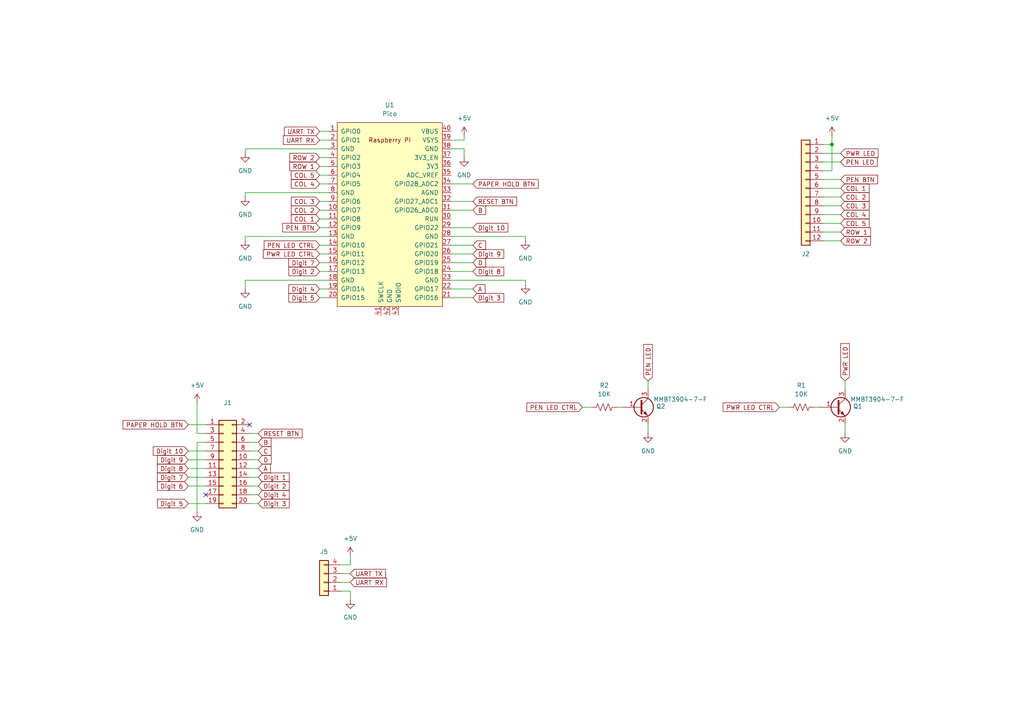
<source format=kicad_sch>
(kicad_sch (version 20231120) (generator "eeschema") (generator_version "8.0")
  (paper "A4")
  (lib_symbols
    (symbol "2N3904_1" (pin_names (offset 0) hide)
      (property "Reference" "Q2" (at 4.826 0.254 0))
      (property "Value" "MMBT3904-7-F" (at 4.064 2.286 0))
      (symbol "2N3904_1_0_1"
        (polyline (pts (xy 0.635 0.635) (xy 2.54 2.54)))
        (polyline (pts (xy 0.635 -0.635) (xy 2.54 -2.54) (xy 2.54 -2.54)))
        (polyline (pts (xy 0.635 1.905) (xy 0.635 -1.905) (xy 0.635 -1.905)) (stroke (width 0.508)))
        (polyline (pts (xy 1.27 -1.778) (xy 1.778 -1.27) (xy 2.286 -2.286) (xy 1.27 -1.778) (xy 1.27 -1.778)) (fill (type outline)))
        (circle (center 1.27 0) (radius 2.8194) (stroke (width 0.254)))
      )
      (symbol "2N3904_1_1_1"
        (pin passive line (at -5.08 0 0) (length 5.715) (name "B") (number "1"))
        (pin passive line (at 2.54 -5.08 90) (length 2.54) (name "E") (number "2"))
        (pin passive line (at 2.54 5.08 270) (length 2.54) (name "C") (number "3"))
      )
    )
    (symbol "Connector_Generic:Conn_01x04" (pin_names (offset 1.016) hide)
      (property "Reference" "J" (at 0 5.08 0))
      (property "Value" "Conn_01x04" (at 0 -7.62 0))
      (symbol "Conn_01x04_1_1"
        (rectangle (start -1.27 -4.953) (end 0 -5.207) (stroke (width 0.1524)))
        (rectangle (start -1.27 -2.413) (end 0 -2.667) (stroke (width 0.1524)))
        (rectangle (start -1.27 0.127) (end 0 -0.127) (stroke (width 0.1524)))
        (rectangle (start -1.27 2.667) (end 0 2.413) (stroke (width 0.1524)))
        (rectangle (start -1.27 3.81) (end 1.27 -6.35) (stroke (width 0.254)) (fill (type background)))
        (pin passive line (at -5.08 2.54 0) (length 3.81) (name "Pin_1") (number "1"))
        (pin passive line (at -5.08 0 0) (length 3.81) (name "Pin_2") (number "2"))
        (pin passive line (at -5.08 -2.54 0) (length 3.81) (name "Pin_3") (number "3"))
        (pin passive line (at -5.08 -5.08 0) (length 3.81) (name "Pin_4") (number "4"))
      )
    )
    (symbol "Connector_Generic:Conn_01x12" (pin_names (offset 1.016) hide)
      (property "Reference" "J" (at 0 15.24 0))
      (property "Value" "Conn_01x12" (at 0 -17.78 0))
      (symbol "Conn_01x12_1_1"
        (rectangle (start -1.27 -15.113) (end 0 -15.367) (stroke (width 0.1524)))
        (rectangle (start -1.27 -12.573) (end 0 -12.827) (stroke (width 0.1524)))
        (rectangle (start -1.27 -10.033) (end 0 -10.287) (stroke (width 0.1524)))
        (rectangle (start -1.27 -7.493) (end 0 -7.747) (stroke (width 0.1524)))
        (rectangle (start -1.27 -4.953) (end 0 -5.207) (stroke (width 0.1524)))
        (rectangle (start -1.27 -2.413) (end 0 -2.667) (stroke (width 0.1524)))
        (rectangle (start -1.27 0.127) (end 0 -0.127) (stroke (width 0.1524)))
        (rectangle (start -1.27 2.667) (end 0 2.413) (stroke (width 0.1524)))
        (rectangle (start -1.27 5.207) (end 0 4.953) (stroke (width 0.1524)))
        (rectangle (start -1.27 7.747) (end 0 7.493) (stroke (width 0.1524)))
        (rectangle (start -1.27 10.287) (end 0 10.033) (stroke (width 0.1524)))
        (rectangle (start -1.27 12.827) (end 0 12.573) (stroke (width 0.1524)))
        (rectangle (start -1.27 13.97) (end 1.27 -16.51) (stroke (width 0.254)) (fill (type background)))
        (pin passive line (at -5.08 12.7 0) (length 3.81) (name "Pin_1") (number "1"))
        (pin passive line (at -5.08 -10.16 0) (length 3.81) (name "Pin_10") (number "10"))
        (pin passive line (at -5.08 -12.7 0) (length 3.81) (name "Pin_11") (number "11"))
        (pin passive line (at -5.08 -15.24 0) (length 3.81) (name "Pin_12") (number "12"))
        (pin passive line (at -5.08 10.16 0) (length 3.81) (name "Pin_2") (number "2"))
        (pin passive line (at -5.08 7.62 0) (length 3.81) (name "Pin_3") (number "3"))
        (pin passive line (at -5.08 5.08 0) (length 3.81) (name "Pin_4") (number "4"))
        (pin passive line (at -5.08 2.54 0) (length 3.81) (name "Pin_5") (number "5"))
        (pin passive line (at -5.08 0 0) (length 3.81) (name "Pin_6") (number "6"))
        (pin passive line (at -5.08 -2.54 0) (length 3.81) (name "Pin_7") (number "7"))
        (pin passive line (at -5.08 -5.08 0) (length 3.81) (name "Pin_8") (number "8"))
        (pin passive line (at -5.08 -7.62 0) (length 3.81) (name "Pin_9") (number "9"))
      )
    )
    (symbol "Connector_Generic:Conn_02x10_Odd_Even" (pin_names (offset 1.016) hide)
      (property "Reference" "J" (at 1.27 12.7 0))
      (property "Value" "Conn_02x10_Odd_Even" (at 1.27 -15.24 0))
      (symbol "Conn_02x10_Odd_Even_1_1"
        (rectangle (start -1.27 -12.573) (end 0 -12.827) (stroke (width 0.1524)))
        (rectangle (start -1.27 -10.033) (end 0 -10.287) (stroke (width 0.1524)))
        (rectangle (start -1.27 -7.493) (end 0 -7.747) (stroke (width 0.1524)))
        (rectangle (start -1.27 -4.953) (end 0 -5.207) (stroke (width 0.1524)))
        (rectangle (start -1.27 -2.413) (end 0 -2.667) (stroke (width 0.1524)))
        (rectangle (start -1.27 0.127) (end 0 -0.127) (stroke (width 0.1524)))
        (rectangle (start -1.27 2.667) (end 0 2.413) (stroke (width 0.1524)))
        (rectangle (start -1.27 5.207) (end 0 4.953) (stroke (width 0.1524)))
        (rectangle (start -1.27 7.747) (end 0 7.493) (stroke (width 0.1524)))
        (rectangle (start -1.27 10.287) (end 0 10.033) (stroke (width 0.1524)))
        (rectangle (start -1.27 11.43) (end 3.81 -13.97) (stroke (width 0.254)) (fill (type background)))
        (rectangle (start 3.81 -12.573) (end 2.54 -12.827) (stroke (width 0.1524)))
        (rectangle (start 3.81 -10.033) (end 2.54 -10.287) (stroke (width 0.1524)))
        (rectangle (start 3.81 -7.493) (end 2.54 -7.747) (stroke (width 0.1524)))
        (rectangle (start 3.81 -4.953) (end 2.54 -5.207) (stroke (width 0.1524)))
        (rectangle (start 3.81 -2.413) (end 2.54 -2.667) (stroke (width 0.1524)))
        (rectangle (start 3.81 0.127) (end 2.54 -0.127) (stroke (width 0.1524)))
        (rectangle (start 3.81 2.667) (end 2.54 2.413) (stroke (width 0.1524)))
        (rectangle (start 3.81 5.207) (end 2.54 4.953) (stroke (width 0.1524)))
        (rectangle (start 3.81 7.747) (end 2.54 7.493) (stroke (width 0.1524)))
        (rectangle (start 3.81 10.287) (end 2.54 10.033) (stroke (width 0.1524)))
        (pin passive line (at -5.08 10.16 0) (length 3.81) (name "Pin_1") (number "1"))
        (pin passive line (at 7.62 0 180) (length 3.81) (name "Pin_10") (number "10"))
        (pin passive line (at -5.08 -2.54 0) (length 3.81) (name "Pin_11") (number "11"))
        (pin passive line (at 7.62 -2.54 180) (length 3.81) (name "Pin_12") (number "12"))
        (pin passive line (at -5.08 -5.08 0) (length 3.81) (name "Pin_13") (number "13"))
        (pin passive line (at 7.62 -5.08 180) (length 3.81) (name "Pin_14") (number "14"))
        (pin passive line (at -5.08 -7.62 0) (length 3.81) (name "Pin_15") (number "15"))
        (pin passive line (at 7.62 -7.62 180) (length 3.81) (name "Pin_16") (number "16"))
        (pin passive line (at -5.08 -10.16 0) (length 3.81) (name "Pin_17") (number "17"))
        (pin passive line (at 7.62 -10.16 180) (length 3.81) (name "Pin_18") (number "18"))
        (pin passive line (at -5.08 -12.7 0) (length 3.81) (name "Pin_19") (number "19"))
        (pin passive line (at 7.62 10.16 180) (length 3.81) (name "Pin_2") (number "2"))
        (pin passive line (at 7.62 -12.7 180) (length 3.81) (name "Pin_20") (number "20"))
        (pin passive line (at -5.08 7.62 0) (length 3.81) (name "Pin_3") (number "3"))
        (pin passive line (at 7.62 7.62 180) (length 3.81) (name "Pin_4") (number "4"))
        (pin passive line (at -5.08 5.08 0) (length 3.81) (name "Pin_5") (number "5"))
        (pin passive line (at 7.62 5.08 180) (length 3.81) (name "Pin_6") (number "6"))
        (pin passive line (at -5.08 2.54 0) (length 3.81) (name "Pin_7") (number "7"))
        (pin passive line (at 7.62 2.54 180) (length 3.81) (name "Pin_8") (number "8"))
        (pin passive line (at -5.08 0 0) (length 3.81) (name "Pin_9") (number "9"))
      )
    )
    (symbol "Device:R_US" (pin_numbers hide) (pin_names (offset 0))
      (property "Reference" "R" (at 2.54 0 90))
      (property "Value" "R_US" (at -2.54 0 90))
      (symbol "R_US_0_1"
        (polyline (pts (xy 0 -2.286) (xy 0 -2.54)))
        (polyline (pts (xy 0 2.286) (xy 0 2.54)))
        (polyline (pts (xy 0 -0.762) (xy 1.016 -1.143) (xy 0 -1.524) (xy -1.016 -1.905) (xy 0 -2.286)))
        (polyline (pts (xy 0 0.762) (xy 1.016 0.381) (xy 0 0) (xy -1.016 -0.381) (xy 0 -0.762)))
        (polyline (pts (xy 0 2.286) (xy 1.016 1.905) (xy 0 1.524) (xy -1.016 1.143) (xy 0 0.762)))
      )
      (symbol "R_US_1_1"
        (pin passive line (at 0 3.81 270) (length 1.27) (name "~") (number "1"))
        (pin passive line (at 0 -3.81 90) (length 1.27) (name "~") (number "2"))
      )
    )
    (symbol "MCU_RaspberryPi_and_Boards:Pico" (pin_names (offset 1.016))
      (property "Reference" "U" (at -13.97 27.94 0))
      (property "Value" "Pico" (at 0 19.05 0))
      (symbol "Pico_0_0"
        (text "Raspberry Pi" (at 0 21.59 0) (effects (font (size 1.27 1.27))))
      )
      (symbol "Pico_0_1"
        (rectangle (start -15.24 26.67) (end 15.24 -26.67) (fill (type background)))
      )
      (symbol "Pico_1_1"
        (pin bidirectional line (at -17.78 24.13 0) (length 2.54) (name "GPIO0") (number "1"))
        (pin bidirectional line (at -17.78 1.27 0) (length 2.54) (name "GPIO7") (number "10"))
        (pin bidirectional line (at -17.78 -1.27 0) (length 2.54) (name "GPIO8") (number "11"))
        (pin bidirectional line (at -17.78 -3.81 0) (length 2.54) (name "GPIO9") (number "12"))
        (pin power_in line (at -17.78 -6.35 0) (length 2.54) (name "GND") (number "13"))
        (pin bidirectional line (at -17.78 -8.89 0) (length 2.54) (name "GPIO10") (number "14"))
        (pin bidirectional line (at -17.78 -11.43 0) (length 2.54) (name "GPIO11") (number "15"))
        (pin bidirectional line (at -17.78 -13.97 0) (length 2.54) (name "GPIO12") (number "16"))
        (pin bidirectional line (at -17.78 -16.51 0) (length 2.54) (name "GPIO13") (number "17"))
        (pin power_in line (at -17.78 -19.05 0) (length 2.54) (name "GND") (number "18"))
        (pin bidirectional line (at -17.78 -21.59 0) (length 2.54) (name "GPIO14") (number "19"))
        (pin bidirectional line (at -17.78 21.59 0) (length 2.54) (name "GPIO1") (number "2"))
        (pin bidirectional line (at -17.78 -24.13 0) (length 2.54) (name "GPIO15") (number "20"))
        (pin bidirectional line (at 17.78 -24.13 180) (length 2.54) (name "GPIO16") (number "21"))
        (pin bidirectional line (at 17.78 -21.59 180) (length 2.54) (name "GPIO17") (number "22"))
        (pin power_in line (at 17.78 -19.05 180) (length 2.54) (name "GND") (number "23"))
        (pin bidirectional line (at 17.78 -16.51 180) (length 2.54) (name "GPIO18") (number "24"))
        (pin bidirectional line (at 17.78 -13.97 180) (length 2.54) (name "GPIO19") (number "25"))
        (pin bidirectional line (at 17.78 -11.43 180) (length 2.54) (name "GPIO20") (number "26"))
        (pin bidirectional line (at 17.78 -8.89 180) (length 2.54) (name "GPIO21") (number "27"))
        (pin power_in line (at 17.78 -6.35 180) (length 2.54) (name "GND") (number "28"))
        (pin bidirectional line (at 17.78 -3.81 180) (length 2.54) (name "GPIO22") (number "29"))
        (pin power_in line (at -17.78 19.05 0) (length 2.54) (name "GND") (number "3"))
        (pin input line (at 17.78 -1.27 180) (length 2.54) (name "RUN") (number "30"))
        (pin bidirectional line (at 17.78 1.27 180) (length 2.54) (name "GPIO26_ADC0") (number "31"))
        (pin bidirectional line (at 17.78 3.81 180) (length 2.54) (name "GPIO27_ADC1") (number "32"))
        (pin power_in line (at 17.78 6.35 180) (length 2.54) (name "AGND") (number "33"))
        (pin bidirectional line (at 17.78 8.89 180) (length 2.54) (name "GPIO28_ADC2") (number "34"))
        (pin unspecified line (at 17.78 11.43 180) (length 2.54) (name "ADC_VREF") (number "35"))
        (pin unspecified line (at 17.78 13.97 180) (length 2.54) (name "3V3") (number "36"))
        (pin input line (at 17.78 16.51 180) (length 2.54) (name "3V3_EN") (number "37"))
        (pin bidirectional line (at 17.78 19.05 180) (length 2.54) (name "GND") (number "38"))
        (pin unspecified line (at 17.78 21.59 180) (length 2.54) (name "VSYS") (number "39"))
        (pin bidirectional line (at -17.78 16.51 0) (length 2.54) (name "GPIO2") (number "4"))
        (pin unspecified line (at 17.78 24.13 180) (length 2.54) (name "VBUS") (number "40"))
        (pin input line (at -2.54 -29.21 90) (length 2.54) (name "SWCLK") (number "41"))
        (pin power_in line (at 0 -29.21 90) (length 2.54) (name "GND") (number "42"))
        (pin bidirectional line (at 2.54 -29.21 90) (length 2.54) (name "SWDIO") (number "43"))
        (pin bidirectional line (at -17.78 13.97 0) (length 2.54) (name "GPIO3") (number "5"))
        (pin bidirectional line (at -17.78 11.43 0) (length 2.54) (name "GPIO4") (number "6"))
        (pin bidirectional line (at -17.78 8.89 0) (length 2.54) (name "GPIO5") (number "7"))
        (pin power_in line (at -17.78 6.35 0) (length 2.54) (name "GND") (number "8"))
        (pin bidirectional line (at -17.78 3.81 0) (length 2.54) (name "GPIO6") (number "9"))
      )
    )
    (symbol "Transistor_BJT:2N3904" (pin_names (offset 0) hide)
      (property "Reference" "Q1" (at 4.826 0.254 0))
      (property "Value" "MMBT3904-7-F" (at 4.064 2.286 0))
      (symbol "2N3904_0_1"
        (polyline (pts (xy 0.635 0.635) (xy 2.54 2.54)))
        (polyline (pts (xy 0.635 -0.635) (xy 2.54 -2.54) (xy 2.54 -2.54)))
        (polyline (pts (xy 0.635 1.905) (xy 0.635 -1.905) (xy 0.635 -1.905)) (stroke (width 0.508)))
        (polyline (pts (xy 1.27 -1.778) (xy 1.778 -1.27) (xy 2.286 -2.286) (xy 1.27 -1.778) (xy 1.27 -1.778)) (fill (type outline)))
        (circle (center 1.27 0) (radius 2.8194) (stroke (width 0.254)))
      )
      (symbol "2N3904_1_1"
        (pin passive line (at -5.08 0 0) (length 5.715) (name "B") (number "1"))
        (pin passive line (at 2.54 -5.08 90) (length 2.54) (name "E") (number "2"))
        (pin passive line (at 2.54 5.08 270) (length 2.54) (name "C") (number "3"))
      )
    )
    (symbol "power:+5V" (power) (pin_numbers hide) (pin_names (offset 0) hide)
      (property "Value" "+5V" (at 0 3.556 0))
      (symbol "+5V_0_1"
        (polyline (pts (xy -0.762 1.27) (xy 0 2.54)))
        (polyline (pts (xy 0 0) (xy 0 2.54)))
        (polyline (pts (xy 0 2.54) (xy 0.762 1.27)))
      )
      (symbol "+5V_1_1"
        (pin power_in line (at 0 0 90) (length 0) (name "~") (number "1"))
      )
    )
    (symbol "power:GND" (power) (pin_numbers hide) (pin_names (offset 0) hide)
      (property "Value" "GND" (at 0 -3.81 0))
      (symbol "GND_0_1"
        (polyline (pts (xy 0 0) (xy 0 -1.27) (xy 1.27 -1.27) (xy 0 -2.54) (xy -1.27 -1.27) (xy 0 -1.27)))
      )
      (symbol "GND_1_1"
        (pin power_in line (at 0 0 270) (length 0) (name "~") (number "1"))
      )
    )
  )
  (junction (at 241.3 41.91))
  (no_connect (at 72.39 123.19))
  (no_connect (at 59.69 143.51))
  (wire (pts (xy 101.6 171.45) (xy 101.6 173.99)))
  (wire (pts (xy 187.96 110.49) (xy 187.96 113.03)))
  (wire (pts (xy 92.71 76.2) (xy 95.25 76.2)))
  (wire (pts (xy 54.61 133.35) (xy 59.69 133.35)))
  (wire (pts (xy 59.69 125.73) (xy 57.15 125.73)))
  (wire (pts (xy 130.81 71.12) (xy 137.16 71.12)))
  (wire (pts (xy 238.76 54.61) (xy 243.84 54.61)))
  (wire (pts (xy 238.76 46.99) (xy 243.84 46.99)))
  (wire (pts (xy 187.96 123.19) (xy 187.96 125.73)))
  (wire (pts (xy 130.81 86.36) (xy 137.16 86.36)))
  (wire (pts (xy 72.39 143.51) (xy 74.93 143.51)))
  (wire (pts (xy 92.71 63.5) (xy 95.25 63.5)))
  (wire (pts (xy 130.81 60.96) (xy 137.16 60.96)))
  (wire (pts (xy 238.76 49.53) (xy 241.3 49.53)))
  (wire (pts (xy 130.81 68.58) (xy 152.4 68.58)))
  (wire (pts (xy 130.81 78.74) (xy 137.16 78.74)))
  (wire (pts (xy 130.81 73.66) (xy 137.16 73.66)))
  (wire (pts (xy 54.61 140.97) (xy 59.69 140.97)))
  (wire (pts (xy 57.15 128.27) (xy 57.15 148.59)))
  (wire (pts (xy 95.25 68.58) (xy 71.12 68.58)))
  (wire (pts (xy 130.81 83.82) (xy 137.16 83.82)))
  (wire (pts (xy 72.39 138.43) (xy 74.93 138.43)))
  (wire (pts (xy 99.06 171.45) (xy 101.6 171.45)))
  (wire (pts (xy 179.07 118.11) (xy 180.34 118.11)))
  (wire (pts (xy 92.71 38.1) (xy 95.25 38.1)))
  (wire (pts (xy 54.61 123.19) (xy 59.69 123.19)))
  (wire (pts (xy 71.12 81.28) (xy 95.25 81.28)))
  (wire (pts (xy 245.11 110.49) (xy 245.11 113.03)))
  (wire (pts (xy 238.76 59.69) (xy 243.84 59.69)))
  (wire (pts (xy 101.6 163.83) (xy 99.06 163.83)))
  (wire (pts (xy 92.71 86.36) (xy 95.25 86.36)))
  (wire (pts (xy 134.62 40.64) (xy 134.62 39.37)))
  (wire (pts (xy 238.76 62.23) (xy 243.84 62.23)))
  (wire (pts (xy 152.4 82.55) (xy 152.4 81.28)))
  (wire (pts (xy 245.11 123.19) (xy 245.11 125.73)))
  (wire (pts (xy 130.81 58.42) (xy 137.16 58.42)))
  (wire (pts (xy 95.25 43.18) (xy 71.12 43.18)))
  (wire (pts (xy 92.71 83.82) (xy 95.25 83.82)))
  (wire (pts (xy 54.61 135.89) (xy 59.69 135.89)))
  (wire (pts (xy 226.06 118.11) (xy 228.6 118.11)))
  (wire (pts (xy 152.4 69.85) (xy 152.4 68.58)))
  (wire (pts (xy 130.81 53.34) (xy 137.16 53.34)))
  (wire (pts (xy 236.22 118.11) (xy 237.49 118.11)))
  (wire (pts (xy 59.69 128.27) (xy 57.15 128.27)))
  (wire (pts (xy 72.39 140.97) (xy 74.93 140.97)))
  (wire (pts (xy 134.62 43.18) (xy 134.62 45.72)))
  (wire (pts (xy 130.81 66.04) (xy 137.16 66.04)))
  (wire (pts (xy 238.76 67.31) (xy 243.84 67.31)))
  (wire (pts (xy 72.39 146.05) (xy 74.93 146.05)))
  (wire (pts (xy 92.71 78.74) (xy 95.25 78.74)))
  (wire (pts (xy 238.76 69.85) (xy 243.84 69.85)))
  (wire (pts (xy 92.71 40.64) (xy 95.25 40.64)))
  (wire (pts (xy 72.39 135.89) (xy 74.93 135.89)))
  (wire (pts (xy 92.71 66.04) (xy 95.25 66.04)))
  (wire (pts (xy 71.12 55.88) (xy 95.25 55.88)))
  (wire (pts (xy 72.39 128.27) (xy 74.93 128.27)))
  (wire (pts (xy 72.39 130.81) (xy 74.93 130.81)))
  (wire (pts (xy 92.71 50.8) (xy 95.25 50.8)))
  (wire (pts (xy 72.39 133.35) (xy 74.93 133.35)))
  (wire (pts (xy 92.71 48.26) (xy 95.25 48.26)))
  (wire (pts (xy 92.71 73.66) (xy 95.25 73.66)))
  (wire (pts (xy 238.76 64.77) (xy 243.84 64.77)))
  (wire (pts (xy 72.39 125.73) (xy 74.93 125.73)))
  (wire (pts (xy 130.81 43.18) (xy 134.62 43.18)))
  (wire (pts (xy 238.76 57.15) (xy 243.84 57.15)))
  (wire (pts (xy 238.76 44.45) (xy 243.84 44.45)))
  (wire (pts (xy 54.61 138.43) (xy 59.69 138.43)))
  (wire (pts (xy 130.81 76.2) (xy 137.16 76.2)))
  (wire (pts (xy 241.3 49.53) (xy 241.3 41.91)))
  (wire (pts (xy 168.91 118.11) (xy 171.45 118.11)))
  (wire (pts (xy 92.71 53.34) (xy 95.25 53.34)))
  (wire (pts (xy 130.81 40.64) (xy 134.62 40.64)))
  (wire (pts (xy 92.71 71.12) (xy 95.25 71.12)))
  (wire (pts (xy 241.3 41.91) (xy 238.76 41.91)))
  (wire (pts (xy 92.71 58.42) (xy 95.25 58.42)))
  (wire (pts (xy 238.76 52.07) (xy 243.84 52.07)))
  (wire (pts (xy 92.71 60.96) (xy 95.25 60.96)))
  (wire (pts (xy 101.6 161.29) (xy 101.6 163.83)))
  (wire (pts (xy 241.3 39.37) (xy 241.3 41.91)))
  (wire (pts (xy 71.12 68.58) (xy 71.12 69.85)))
  (wire (pts (xy 99.06 168.91) (xy 101.6 168.91)))
  (wire (pts (xy 54.61 146.05) (xy 59.69 146.05)))
  (wire (pts (xy 71.12 43.18) (xy 71.12 44.45)))
  (wire (pts (xy 71.12 57.15) (xy 71.12 55.88)))
  (wire (pts (xy 152.4 81.28) (xy 130.81 81.28)))
  (wire (pts (xy 92.71 45.72) (xy 95.25 45.72)))
  (wire (pts (xy 99.06 166.37) (xy 101.6 166.37)))
  (wire (pts (xy 54.61 130.81) (xy 59.69 130.81)))
  (wire (pts (xy 57.15 125.73) (xy 57.15 116.84)))
  (wire (pts (xy 71.12 83.82) (xy 71.12 81.28)))
  (global_label "ROW 2" (shape input) (at 243.84 69.85 0) (property "Intersheetrefs" "${INTERSHEET_REFS}" (effects (hide yes))))
  (global_label "PAPER HOLD BTN" (shape input) (at 137.16 53.34 0) (property "Intersheetrefs" "${INTERSHEET_REFS}" (effects (hide yes))))
  (global_label "COL 2" (shape input) (at 92.71 60.96 180) (property "Intersheetrefs" "${INTERSHEET_REFS}" (effects (hide yes))))
  (global_label "A" (shape input) (at 137.16 83.82 0) (property "Intersheetrefs" "${INTERSHEET_REFS}" (effects (hide yes))))
  (global_label "Digit 10" (shape input) (at 54.61 130.81 180) (property "Intersheetrefs" "${INTERSHEET_REFS}" (effects (hide yes))))
  (global_label "PEN LED CTRL" (shape input) (at 168.91 118.11 180) (property "Intersheetrefs" "${INTERSHEET_REFS}" (effects (hide yes))))
  (global_label "Digit 5" (shape input) (at 54.61 146.05 180) (property "Intersheetrefs" "${INTERSHEET_REFS}" (effects (hide yes))))
  (global_label "UART TX" (shape input) (at 92.71 38.1 180) (property "Intersheetrefs" "${INTERSHEET_REFS}" (effects (hide yes))))
  (global_label "COL 4" (shape input) (at 243.84 62.23 0) (property "Intersheetrefs" "${INTERSHEET_REFS}" (effects (hide yes))))
  (global_label "UART TX" (shape input) (at 101.6 166.37 0) (property "Intersheetrefs" "${INTERSHEET_REFS}" (effects (hide yes))))
  (global_label "Digit 8" (shape input) (at 54.61 135.89 180) (property "Intersheetrefs" "${INTERSHEET_REFS}" (effects (hide yes))))
  (global_label "Digit 6" (shape input) (at 54.61 140.97 180) (property "Intersheetrefs" "${INTERSHEET_REFS}" (effects (hide yes))))
  (global_label "Digit 4" (shape input) (at 92.71 83.82 180) (property "Intersheetrefs" "${INTERSHEET_REFS}" (effects (hide yes))))
  (global_label "Digit 3" (shape input) (at 137.16 86.36 0) (property "Intersheetrefs" "${INTERSHEET_REFS}" (effects (hide yes))))
  (global_label "Digit 3" (shape input) (at 74.93 146.05 0) (property "Intersheetrefs" "${INTERSHEET_REFS}" (effects (hide yes))))
  (global_label "Digit 7" (shape input) (at 92.71 76.2 180) (property "Intersheetrefs" "${INTERSHEET_REFS}" (effects (hide yes))))
  (global_label "B" (shape input) (at 137.16 60.96 0) (property "Intersheetrefs" "${INTERSHEET_REFS}" (effects (hide yes))))
  (global_label "PWR LED" (shape input) (at 245.11 110.49 90) (property "Intersheetrefs" "${INTERSHEET_REFS}" (effects (hide yes))))
  (global_label "Digit 2" (shape input) (at 74.93 140.97 0) (property "Intersheetrefs" "${INTERSHEET_REFS}" (effects (hide yes))))
  (global_label "RESET BTN" (shape input) (at 137.16 58.42 0) (property "Intersheetrefs" "${INTERSHEET_REFS}" (effects (hide yes))))
  (global_label "PAPER HOLD BTN" (shape input) (at 54.61 123.19 180) (property "Intersheetrefs" "${INTERSHEET_REFS}" (effects (hide yes))))
  (global_label "PEN LED" (shape input) (at 243.84 46.99 0) (property "Intersheetrefs" "${INTERSHEET_REFS}" (effects (hide yes))))
  (global_label "PEN LED CTRL" (shape input) (at 92.71 71.12 180) (property "Intersheetrefs" "${INTERSHEET_REFS}" (effects (hide yes))))
  (global_label "PWR LED" (shape input) (at 243.84 44.45 0) (property "Intersheetrefs" "${INTERSHEET_REFS}" (effects (hide yes))))
  (global_label "COL 5" (shape input) (at 92.71 50.8 180) (property "Intersheetrefs" "${INTERSHEET_REFS}" (effects (hide yes))))
  (global_label "ROW 1" (shape input) (at 243.84 67.31 0) (property "Intersheetrefs" "${INTERSHEET_REFS}" (effects (hide yes))))
  (global_label "C" (shape input) (at 137.16 71.12 0) (property "Intersheetrefs" "${INTERSHEET_REFS}" (effects (hide yes))))
  (global_label "COL 3" (shape input) (at 92.71 58.42 180) (property "Intersheetrefs" "${INTERSHEET_REFS}" (effects (hide yes))))
  (global_label "Digit 1" (shape input) (at 74.93 138.43 0) (property "Intersheetrefs" "${INTERSHEET_REFS}" (effects (hide yes))))
  (global_label "COL 3" (shape input) (at 243.84 59.69 0) (property "Intersheetrefs" "${INTERSHEET_REFS}" (effects (hide yes))))
  (global_label "Digit 9" (shape input) (at 54.61 133.35 180) (property "Intersheetrefs" "${INTERSHEET_REFS}" (effects (hide yes))))
  (global_label "D" (shape input) (at 74.93 133.35 0) (property "Intersheetrefs" "${INTERSHEET_REFS}" (effects (hide yes))))
  (global_label "UART RX" (shape input) (at 92.71 40.64 180) (property "Intersheetrefs" "${INTERSHEET_REFS}" (effects (hide yes))))
  (global_label "B" (shape input) (at 74.93 128.27 0) (property "Intersheetrefs" "${INTERSHEET_REFS}" (effects (hide yes))))
  (global_label "UART RX" (shape input) (at 101.6 168.91 0) (property "Intersheetrefs" "${INTERSHEET_REFS}" (effects (hide yes))))
  (global_label "COL 2" (shape input) (at 243.84 57.15 0) (property "Intersheetrefs" "${INTERSHEET_REFS}" (effects (hide yes))))
  (global_label "COL 1" (shape input) (at 243.84 54.61 0) (property "Intersheetrefs" "${INTERSHEET_REFS}" (effects (hide yes))))
  (global_label "COL 1" (shape input) (at 92.71 63.5 180) (property "Intersheetrefs" "${INTERSHEET_REFS}" (effects (hide yes))))
  (global_label "Digit 10" (shape input) (at 137.16 66.04 0) (property "Intersheetrefs" "${INTERSHEET_REFS}" (effects (hide yes))))
  (global_label "PEN BTN" (shape input) (at 92.71 66.04 180) (property "Intersheetrefs" "${INTERSHEET_REFS}" (effects (hide yes))))
  (global_label "RESET BTN" (shape input) (at 74.93 125.73 0) (property "Intersheetrefs" "${INTERSHEET_REFS}" (effects (hide yes))))
  (global_label "COL 5" (shape input) (at 243.84 64.77 0) (property "Intersheetrefs" "${INTERSHEET_REFS}" (effects (hide yes))))
  (global_label "Digit 2" (shape input) (at 92.71 78.74 180) (property "Intersheetrefs" "${INTERSHEET_REFS}" (effects (hide yes))))
  (global_label "ROW 1" (shape input) (at 92.71 48.26 180) (property "Intersheetrefs" "${INTERSHEET_REFS}" (effects (hide yes))))
  (global_label "ROW 2" (shape input) (at 92.71 45.72 180) (property "Intersheetrefs" "${INTERSHEET_REFS}" (effects (hide yes))))
  (global_label "COL 4" (shape input) (at 92.71 53.34 180) (property "Intersheetrefs" "${INTERSHEET_REFS}" (effects (hide yes))))
  (global_label "PEN BTN" (shape input) (at 243.84 52.07 0) (property "Intersheetrefs" "${INTERSHEET_REFS}" (effects (hide yes))))
  (global_label "A" (shape input) (at 74.93 135.89 0) (property "Intersheetrefs" "${INTERSHEET_REFS}" (effects (hide yes))))
  (global_label "Digit 8" (shape input) (at 137.16 78.74 0) (property "Intersheetrefs" "${INTERSHEET_REFS}" (effects (hide yes))))
  (global_label "PWR LED CTRL" (shape input) (at 92.71 73.66 180) (property "Intersheetrefs" "${INTERSHEET_REFS}" (effects (hide yes))))
  (global_label "D" (shape input) (at 137.16 76.2 0) (property "Intersheetrefs" "${INTERSHEET_REFS}" (effects (hide yes))))
  (global_label "PEN LED" (shape input) (at 187.96 110.49 90) (property "Intersheetrefs" "${INTERSHEET_REFS}" (effects (hide yes))))
  (global_label "Digit 4" (shape input) (at 74.93 143.51 0) (property "Intersheetrefs" "${INTERSHEET_REFS}" (effects (hide yes))))
  (global_label "C" (shape input) (at 74.93 130.81 0) (property "Intersheetrefs" "${INTERSHEET_REFS}" (effects (hide yes))))
  (global_label "PWR LED CTRL" (shape input) (at 226.06 118.11 180) (property "Intersheetrefs" "${INTERSHEET_REFS}" (effects (hide yes))))
  (global_label "Digit 5" (shape input) (at 92.71 86.36 180) (property "Intersheetrefs" "${INTERSHEET_REFS}" (effects (hide yes))))
  (global_label "Digit 9" (shape input) (at 137.16 73.66 0) (property "Intersheetrefs" "${INTERSHEET_REFS}" (effects (hide yes))))
  (global_label "Digit 7" (shape input) (at 54.61 138.43 180) (property "Intersheetrefs" "${INTERSHEET_REFS}" (effects (hide yes))))
  (symbol (lib_id "power:+5V") (at 101.6 161.29 0) (unit 1)
    (property "Reference" "#PWR08" (effects (hide yes)))
    (property "Value" "+5V" (at 101.6 156.21 0))
    (property "Description" "Power symbol creates a global label with name \"+5V\"" (effects (hide yes)))
  )
  (symbol (lib_id "power:+5V") (at 57.15 116.84 0) (unit 1)
    (property "Reference" "#PWR05" (effects (hide yes)))
    (property "Value" "+5V" (at 57.15 111.76 0))
    (property "Description" "Power symbol creates a global label with name \"+5V\"" (effects (hide yes)))
  )
  (symbol (lib_id "Connector_Generic:Conn_02x10_Odd_Even") (at 64.77 133.35 0) (unit 1)
    (property "Reference" "J1" (at 66.04 116.84 0))
    (property "Value" "Conn_02x10_Odd_Even" (effects (hide yes)))
    (property "Footprint" "Connector_PinHeader_1.27mm:PinHeader_1x20_P1.27mm_Vertical" (effects (hide yes)))
    (property "Description" "Generic connector, double row, 02x10, odd/even pin numbering scheme (row 1 odd numbers, row 2 even numbers), script generated (kicad-library-utils/schlib/autogen/connector/)" (effects (hide yes)))
  )
  (symbol (lib_id "Connector_Generic:Conn_01x12") (at 233.68 54.61 0) (mirror y) (unit 1)
    (property "Reference" "J2" (at 233.68 73.66 0))
    (property "Value" "Conn_01x12" (effects (hide yes)))
    (property "Footprint" "Connector_PinHeader_2.54mm:PinHeader_1x12_P2.54mm_Vertical" (effects (hide yes)))
    (property "Description" "Generic connector, single row, 01x12, script generated (kicad-library-utils/schlib/autogen/connector/)" (effects (hide yes)))
  )
  (symbol (lib_id "MCU_RaspberryPi_and_Boards:Pico") (at 113.03 62.23 0) (unit 1)
    (property "Reference" "U1" (at 113.03 30.48 0))
    (property "Value" "Pico" (at 113.03 33.02 0))
    (property "Footprint" "MCU_RaspberryPi_and_Boards:RPi_Pico_SMD_TH" (effects (hide yes)))
  )
  (symbol (lib_id "power:+5V") (at 134.62 39.37 0) (unit 1)
    (property "Reference" "#PWR016" (effects (hide yes)))
    (property "Value" "+5V" (at 134.62 34.29 0))
    (property "Description" "Power symbol creates a global label with name \"+5V\"" (effects (hide yes)))
  )
  (symbol (lib_id "power:GND") (at 101.6 173.99 0) (unit 1)
    (property "Reference" "#PWR01" (effects (hide yes)))
    (property "Value" "GND" (at 101.6 179.07 0))
    (property "Description" "Power symbol creates a global label with name \"GND\" , ground" (effects (hide yes)))
  )
  (symbol (lib_id "Device:R_US") (at 232.41 118.11 90) (unit 1)
    (property "Reference" "R1" (at 232.41 111.76 90))
    (property "Value" "10K" (at 232.41 114.3 90))
    (property "Footprint" "Resistor_SMD:R_0603_1608Metric" (effects (hide yes)))
    (property "Description" "Resistor, US symbol" (effects (hide yes)))
  )
  (symbol (lib_id "power:GND") (at 152.4 69.85 0) (unit 1)
    (property "Reference" "#PWR010" (effects (hide yes)))
    (property "Value" "GND" (at 152.4 74.93 0))
    (property "Description" "Power symbol creates a global label with name \"GND\" , ground" (effects (hide yes)))
  )
  (symbol (lib_id "power:GND") (at 245.11 125.73 0) (unit 1)
    (property "Reference" "#PWR04" (effects (hide yes)))
    (property "Value" "GND" (at 245.11 130.81 0))
    (property "Description" "Power symbol creates a global label with name \"GND\" , ground" (effects (hide yes)))
  )
  (symbol (lib_id "Device:R_US") (at 175.26 118.11 90) (unit 1)
    (property "Reference" "R2" (at 175.26 111.76 90))
    (property "Value" "10K" (at 175.26 114.3 90))
    (property "Footprint" "Resistor_SMD:R_0603_1608Metric" (effects (hide yes)))
    (property "Description" "Resistor, US symbol" (effects (hide yes)))
  )
  (symbol (lib_id "power:GND") (at 134.62 45.72 0) (unit 1)
    (property "Reference" "#PWR012" (effects (hide yes)))
    (property "Value" "GND" (at 134.62 50.8 0))
    (property "Description" "Power symbol creates a global label with name \"GND\" , ground" (effects (hide yes)))
  )
  (symbol (lib_id "power:GND") (at 187.96 125.73 0) (unit 1)
    (property "Reference" "#PWR03" (effects (hide yes)))
    (property "Value" "GND" (at 187.96 130.81 0))
    (property "Description" "Power symbol creates a global label with name \"GND\" , ground" (effects (hide yes)))
  )
  (symbol (lib_id "power:+5V") (at 241.3 39.37 0) (unit 1)
    (property "Reference" "#PWR02" (effects (hide yes)))
    (property "Value" "+5V" (at 241.3 34.29 0))
    (property "Description" "Power symbol creates a global label with name \"+5V\"" (effects (hide yes)))
  )
  (symbol (lib_id "power:GND") (at 71.12 83.82 0) (unit 1)
    (property "Reference" "#PWR014" (effects (hide yes)))
    (property "Value" "GND" (at 71.12 88.9 0))
    (property "Description" "Power symbol creates a global label with name \"GND\" , ground" (effects (hide yes)))
  )
  (symbol (lib_id "power:GND") (at 152.4 82.55 0) (unit 1)
    (property "Reference" "#PWR09" (effects (hide yes)))
    (property "Value" "GND" (at 152.4 87.63 0))
    (property "Description" "Power symbol creates a global label with name \"GND\" , ground" (effects (hide yes)))
  )
  (symbol (lib_id "power:GND") (at 71.12 44.45 0) (unit 1)
    (property "Reference" "#PWR011" (effects (hide yes)))
    (property "Value" "GND" (at 71.12 49.53 0))
    (property "Description" "Power symbol creates a global label with name \"GND\" , ground" (effects (hide yes)))
  )
  (symbol (lib_id "Connector_Generic:Conn_01x04") (at 93.98 168.91 180) (unit 1)
    (property "Reference" "J5" (at 93.98 160.02 0))
    (property "Value" "Conn_01x04" (effects (hide yes)))
    (property "Footprint" "Connector_PinHeader_2.54mm:PinHeader_1x04_P2.54mm_Vertical" (effects (hide yes)))
    (property "Description" "Generic connector, single row, 01x04, script generated (kicad-library-utils/schlib/autogen/connector/)" (effects (hide yes)))
  )
  (symbol (lib_id "power:GND") (at 71.12 69.85 0) (unit 1)
    (property "Reference" "#PWR013" (effects (hide yes)))
    (property "Value" "GND" (at 71.12 74.93 0))
    (property "Description" "Power symbol creates a global label with name \"GND\" , ground" (effects (hide yes)))
  )
  (symbol (lib_id "power:GND") (at 71.12 57.15 0) (unit 1)
    (property "Reference" "#PWR015" (effects (hide yes)))
    (property "Value" "GND" (at 71.12 62.23 0))
    (property "Description" "Power symbol creates a global label with name \"GND\" , ground" (effects (hide yes)))
  )
  (symbol (lib_name "2N3904_1") (lib_id "Transistor_BJT:2N3904") (at 185.42 118.11 0) (unit 1)
    (property "Reference" "Q2" (at 190.246 117.856 0) (effects (justify left)))
    (property "Value" "MMBT3904-7-F" (at 189.484 115.824 0) (effects (justify left)))
    (property "Footprint" "Package_TO_SOT_SMD:SOT-23" (effects (hide yes)))
    (property "Datasheet" "https://www.onsemi.com/pub/Collateral/2N3903-D.PDF" (effects (hide yes)))
    (property "Description" "0.2A Ic, 40V Vce, Small Signal NPN Transistor, TO-92" (effects (hide yes)))
  )
  (symbol (lib_id "power:GND") (at 57.15 148.59 0) (unit 1)
    (property "Reference" "#PWR06" (effects (hide yes)))
    (property "Value" "GND" (at 57.15 153.67 0))
    (property "Description" "Power symbol creates a global label with name \"GND\" , ground" (effects (hide yes)))
  )
  (symbol (lib_id "Transistor_BJT:2N3904") (at 242.57 118.11 0) (unit 1)
    (property "Reference" "Q1" (at 247.396 117.856 0) (effects (justify left)))
    (property "Value" "MMBT3904-7-F" (at 246.634 115.824 0) (effects (justify left)))
    (property "Footprint" "Package_TO_SOT_SMD:SOT-23" (effects (hide yes)))
    (property "Datasheet" "https://www.onsemi.com/pub/Collateral/2N3903-D.PDF" (effects (hide yes)))
    (property "Description" "0.2A Ic, 40V Vce, Small Signal NPN Transistor, TO-92" (effects (hide yes)))
  )
)
</source>
